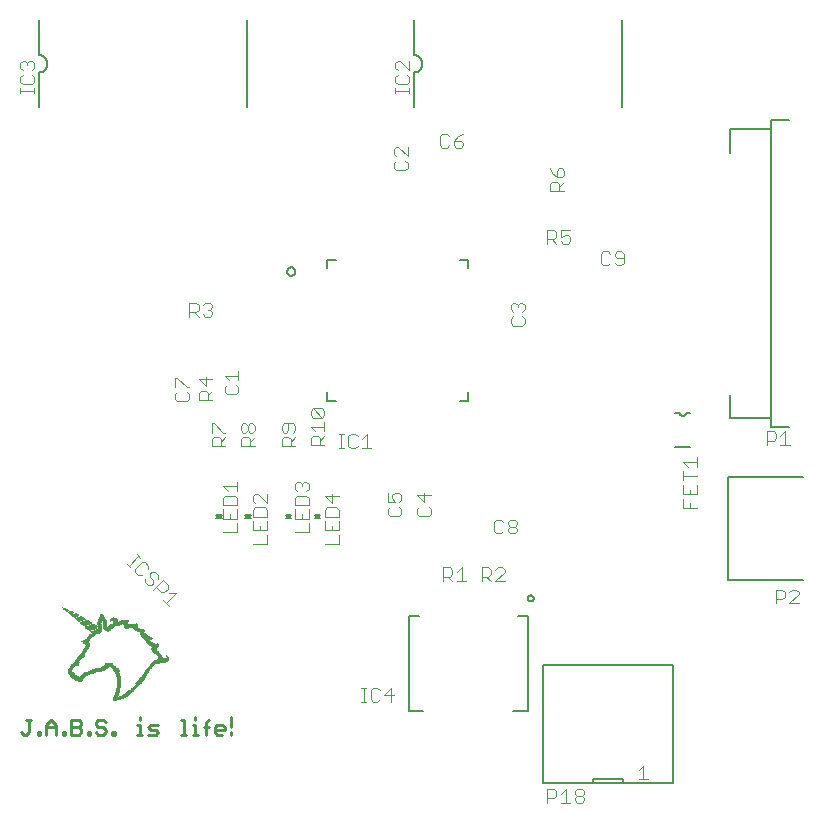
<source format=gbr>
G04 EAGLE Gerber RS-274X export*
G75*
%MOMM*%
%FSLAX34Y34*%
%LPD*%
%INSilkscreen Top*%
%IPPOS*%
%AMOC8*
5,1,8,0,0,1.08239X$1,22.5*%
G01*
%ADD10C,0.101600*%
%ADD11C,0.127000*%
%ADD12C,0.152400*%
%ADD13R,0.158494X0.026413*%
%ADD14R,0.422656X0.026413*%
%ADD15R,0.581150X0.026413*%
%ADD16R,0.660400X0.026419*%
%ADD17R,0.713231X0.026413*%
%ADD18R,0.766063X0.026413*%
%ADD19R,0.845313X0.026413*%
%ADD20R,0.871725X0.026413*%
%ADD21R,0.924556X0.026413*%
%ADD22R,0.977394X0.026413*%
%ADD23R,1.003806X0.026413*%
%ADD24R,1.056638X0.026419*%
%ADD25R,0.316994X0.026413*%
%ADD26R,0.686813X0.026413*%
%ADD27R,0.633981X0.026413*%
%ADD28R,0.290575X0.026413*%
%ADD29R,0.607569X0.026413*%
%ADD30R,0.554737X0.026413*%
%ADD31R,0.528319X0.026413*%
%ADD32R,0.290575X0.026419*%
%ADD33R,0.501900X0.026419*%
%ADD34R,0.132075X0.026413*%
%ADD35R,0.475488X0.026413*%
%ADD36R,0.316988X0.026413*%
%ADD37R,0.554731X0.026413*%
%ADD38R,0.581150X0.026419*%
%ADD39R,0.264156X0.026413*%
%ADD40R,0.396238X0.026413*%
%ADD41R,0.396238X0.026419*%
%ADD42R,0.264163X0.026413*%
%ADD43R,0.264163X0.026419*%
%ADD44R,0.449069X0.026413*%
%ADD45R,0.026413X0.026419*%
%ADD46R,0.449069X0.026419*%
%ADD47R,0.343406X0.026413*%
%ADD48R,0.449075X0.026413*%
%ADD49R,0.079250X0.026413*%
%ADD50R,0.739644X0.026413*%
%ADD51R,0.079244X0.026413*%
%ADD52R,0.845313X0.026419*%
%ADD53R,0.422656X0.026419*%
%ADD54R,1.083056X0.026413*%
%ADD55R,0.660400X0.026413*%
%ADD56R,0.369819X0.026413*%
%ADD57R,0.369825X0.026413*%
%ADD58R,0.633981X0.026419*%
%ADD59R,0.343406X0.026419*%
%ADD60R,0.501900X0.026413*%
%ADD61R,0.475488X0.026419*%
%ADD62R,0.686813X0.026419*%
%ADD63R,0.369819X0.026419*%
%ADD64R,0.818894X0.026413*%
%ADD65R,0.898144X0.026413*%
%ADD66R,1.056638X0.026413*%
%ADD67R,1.083056X0.026419*%
%ADD68R,0.369825X0.026419*%
%ADD69R,1.135888X0.026413*%
%ADD70R,1.109469X0.026413*%
%ADD71R,0.977388X0.026413*%
%ADD72R,0.739650X0.026413*%
%ADD73R,0.422650X0.026413*%
%ADD74R,0.528319X0.026419*%
%ADD75R,0.871725X0.026419*%
%ADD76R,0.501906X0.026413*%
%ADD77R,0.184906X0.026419*%
%ADD78R,1.162300X0.026413*%
%ADD79R,1.241550X0.026413*%
%ADD80R,1.267969X0.026413*%
%ADD81R,1.215131X0.026413*%
%ADD82R,1.030219X0.026419*%
%ADD83R,0.950975X0.026413*%
%ADD84R,0.211325X0.026413*%
%ADD85R,0.184906X0.026413*%
%ADD86R,0.158494X0.026419*%
%ADD87R,0.026413X0.026413*%
%ADD88R,0.052831X0.026413*%
%ADD89R,0.316994X0.026419*%
%ADD90R,0.792481X0.026413*%
%ADD91R,0.792481X0.026419*%
%ADD92R,0.845306X0.026413*%
%ADD93R,0.554737X0.026419*%
%ADD94R,0.898144X0.026419*%
%ADD95R,0.924563X0.026413*%
%ADD96R,0.184913X0.026413*%
%ADD97R,0.237744X0.026413*%
%ADD98R,0.607569X0.026419*%
%ADD99R,0.739644X0.026419*%
%ADD100R,0.686819X0.026413*%
%ADD101R,1.030225X0.026413*%
%ADD102R,1.030225X0.026419*%
%ADD103R,0.264156X0.026419*%
%ADD104R,1.109469X0.026419*%
%ADD105R,0.105663X0.026413*%
%ADD106R,0.792475X0.026413*%
%ADD107R,1.267963X0.026413*%
%ADD108R,1.215137X0.026413*%
%ADD109R,0.316988X0.026419*%
%ADD110R,0.052831X0.026419*%
%ADD111R,0.792475X0.026419*%
%ADD112R,0.132081X0.026413*%
%ADD113R,0.132081X0.026419*%
%ADD114R,0.184913X0.026419*%
%ADD115R,0.079244X0.026419*%
%ADD116R,0.237744X0.026419*%
%ADD117C,0.254000*%


D10*
X315347Y357754D02*
X313398Y355805D01*
X313398Y351907D01*
X315347Y349958D01*
X323143Y349958D01*
X325092Y351907D01*
X325092Y355805D01*
X323143Y357754D01*
X317296Y361652D02*
X313398Y365550D01*
X325092Y365550D01*
X325092Y361652D02*
X325092Y369448D01*
X456748Y545305D02*
X458697Y547254D01*
X456748Y545305D02*
X456748Y541407D01*
X458697Y539458D01*
X466493Y539458D01*
X468442Y541407D01*
X468442Y545305D01*
X466493Y547254D01*
X468442Y551152D02*
X468442Y558948D01*
X468442Y551152D02*
X460646Y558948D01*
X458697Y558948D01*
X456748Y556999D01*
X456748Y553101D01*
X458697Y551152D01*
X557597Y415654D02*
X555648Y413705D01*
X555648Y409807D01*
X557597Y407858D01*
X565393Y407858D01*
X567342Y409807D01*
X567342Y413705D01*
X565393Y415654D01*
X557597Y419552D02*
X555648Y421501D01*
X555648Y425399D01*
X557597Y427348D01*
X559546Y427348D01*
X561495Y425399D01*
X561495Y423450D01*
X561495Y425399D02*
X563444Y427348D01*
X565393Y427348D01*
X567342Y425399D01*
X567342Y421501D01*
X565393Y419552D01*
X478397Y254454D02*
X476448Y252505D01*
X476448Y248607D01*
X478397Y246658D01*
X486193Y246658D01*
X488142Y248607D01*
X488142Y252505D01*
X486193Y254454D01*
X488142Y264199D02*
X476448Y264199D01*
X482295Y258352D01*
X482295Y266148D01*
X453397Y254454D02*
X451448Y252505D01*
X451448Y248607D01*
X453397Y246658D01*
X461193Y246658D01*
X463142Y248607D01*
X463142Y252505D01*
X461193Y254454D01*
X451448Y258352D02*
X451448Y266148D01*
X451448Y258352D02*
X457295Y258352D01*
X455346Y262250D01*
X455346Y264199D01*
X457295Y266148D01*
X461193Y266148D01*
X463142Y264199D01*
X463142Y260301D01*
X461193Y258352D01*
X503604Y568253D02*
X501655Y570202D01*
X497757Y570202D01*
X495808Y568253D01*
X495808Y560457D01*
X497757Y558508D01*
X501655Y558508D01*
X503604Y560457D01*
X511400Y568253D02*
X515298Y570202D01*
X511400Y568253D02*
X507502Y564355D01*
X507502Y560457D01*
X509451Y558508D01*
X513349Y558508D01*
X515298Y560457D01*
X515298Y562406D01*
X513349Y564355D01*
X507502Y564355D01*
X273397Y351804D02*
X271448Y349855D01*
X271448Y345957D01*
X273397Y344008D01*
X281193Y344008D01*
X283142Y345957D01*
X283142Y349855D01*
X281193Y351804D01*
X271448Y355702D02*
X271448Y363498D01*
X273397Y363498D01*
X281193Y355702D01*
X283142Y355702D01*
X547505Y243552D02*
X549454Y241603D01*
X547505Y243552D02*
X543607Y243552D01*
X541658Y241603D01*
X541658Y233807D01*
X543607Y231858D01*
X547505Y231858D01*
X549454Y233807D01*
X553352Y241603D02*
X555301Y243552D01*
X559199Y243552D01*
X561148Y241603D01*
X561148Y239654D01*
X559199Y237705D01*
X561148Y235756D01*
X561148Y233807D01*
X559199Y231858D01*
X555301Y231858D01*
X553352Y233807D01*
X553352Y235756D01*
X555301Y237705D01*
X553352Y239654D01*
X553352Y241603D01*
X555301Y237705D02*
X559199Y237705D01*
X639654Y468803D02*
X637705Y470752D01*
X633807Y470752D01*
X631858Y468803D01*
X631858Y461007D01*
X633807Y459058D01*
X637705Y459058D01*
X639654Y461007D01*
X643552Y461007D02*
X645501Y459058D01*
X649399Y459058D01*
X651348Y461007D01*
X651348Y468803D01*
X649399Y470752D01*
X645501Y470752D01*
X643552Y468803D01*
X643552Y466854D01*
X645501Y464905D01*
X651348Y464905D01*
D11*
X694800Y305100D02*
X707800Y305100D01*
X707800Y334100D02*
X703800Y334100D01*
X698800Y334100D02*
X694800Y334100D01*
X698800Y334100D02*
X698802Y334002D01*
X698808Y333904D01*
X698817Y333806D01*
X698831Y333709D01*
X698848Y333612D01*
X698869Y333516D01*
X698894Y333421D01*
X698922Y333327D01*
X698955Y333235D01*
X698990Y333143D01*
X699030Y333053D01*
X699072Y332965D01*
X699119Y332878D01*
X699168Y332794D01*
X699221Y332711D01*
X699277Y332631D01*
X699337Y332552D01*
X699399Y332476D01*
X699464Y332403D01*
X699532Y332332D01*
X699603Y332264D01*
X699676Y332199D01*
X699752Y332137D01*
X699831Y332077D01*
X699911Y332021D01*
X699994Y331968D01*
X700078Y331919D01*
X700165Y331872D01*
X700253Y331830D01*
X700343Y331790D01*
X700435Y331755D01*
X700527Y331722D01*
X700621Y331694D01*
X700716Y331669D01*
X700812Y331648D01*
X700909Y331631D01*
X701006Y331617D01*
X701104Y331608D01*
X701202Y331602D01*
X701300Y331600D01*
X701398Y331602D01*
X701496Y331608D01*
X701594Y331617D01*
X701691Y331631D01*
X701788Y331648D01*
X701884Y331669D01*
X701979Y331694D01*
X702073Y331722D01*
X702165Y331755D01*
X702257Y331790D01*
X702347Y331830D01*
X702435Y331872D01*
X702522Y331919D01*
X702606Y331968D01*
X702689Y332021D01*
X702769Y332077D01*
X702848Y332137D01*
X702924Y332199D01*
X702997Y332264D01*
X703068Y332332D01*
X703136Y332403D01*
X703201Y332476D01*
X703263Y332552D01*
X703323Y332631D01*
X703379Y332711D01*
X703432Y332794D01*
X703481Y332878D01*
X703528Y332965D01*
X703570Y333053D01*
X703610Y333143D01*
X703645Y333235D01*
X703678Y333327D01*
X703706Y333421D01*
X703731Y333516D01*
X703752Y333612D01*
X703769Y333709D01*
X703783Y333806D01*
X703792Y333904D01*
X703798Y334002D01*
X703800Y334100D01*
D10*
X701798Y253332D02*
X713492Y253332D01*
X701798Y253332D02*
X701798Y261128D01*
X707645Y257230D02*
X707645Y253332D01*
X701798Y265026D02*
X701798Y272822D01*
X701798Y265026D02*
X713492Y265026D01*
X713492Y272822D01*
X707645Y268924D02*
X707645Y265026D01*
X713492Y280618D02*
X701798Y280618D01*
X701798Y276720D02*
X701798Y284516D01*
X705696Y288414D02*
X701798Y292312D01*
X713492Y292312D01*
X713492Y288414D02*
X713492Y296210D01*
D11*
X407400Y463700D02*
X399900Y463700D01*
X512400Y463700D02*
X519900Y463700D01*
X519900Y456200D01*
X519900Y351200D02*
X519900Y343700D01*
X512400Y343700D01*
X407400Y343700D02*
X399900Y343700D01*
X399900Y351200D01*
X399900Y456200D02*
X399900Y463700D01*
X366364Y453700D02*
X366366Y453819D01*
X366372Y453937D01*
X366382Y454056D01*
X366396Y454174D01*
X366414Y454291D01*
X366436Y454408D01*
X366461Y454524D01*
X366491Y454639D01*
X366524Y454753D01*
X366562Y454866D01*
X366603Y454977D01*
X366648Y455087D01*
X366696Y455196D01*
X366748Y455303D01*
X366804Y455408D01*
X366863Y455511D01*
X366925Y455612D01*
X366991Y455711D01*
X367060Y455807D01*
X367133Y455901D01*
X367208Y455993D01*
X367287Y456082D01*
X367368Y456169D01*
X367453Y456252D01*
X367540Y456333D01*
X367630Y456411D01*
X367722Y456486D01*
X367817Y456557D01*
X367914Y456626D01*
X368013Y456691D01*
X368115Y456752D01*
X368218Y456811D01*
X368324Y456865D01*
X368431Y456916D01*
X368540Y456964D01*
X368650Y457008D01*
X368762Y457048D01*
X368875Y457084D01*
X368990Y457117D01*
X369105Y457145D01*
X369221Y457170D01*
X369338Y457191D01*
X369456Y457208D01*
X369574Y457221D01*
X369692Y457230D01*
X369811Y457235D01*
X369930Y457236D01*
X370048Y457233D01*
X370167Y457226D01*
X370285Y457215D01*
X370403Y457200D01*
X370521Y457181D01*
X370637Y457158D01*
X370753Y457132D01*
X370868Y457101D01*
X370981Y457067D01*
X371094Y457028D01*
X371205Y456986D01*
X371315Y456941D01*
X371423Y456891D01*
X371529Y456838D01*
X371634Y456782D01*
X371736Y456722D01*
X371837Y456659D01*
X371935Y456592D01*
X372031Y456522D01*
X372125Y456449D01*
X372216Y456372D01*
X372304Y456293D01*
X372390Y456211D01*
X372473Y456126D01*
X372553Y456038D01*
X372630Y455948D01*
X372704Y455855D01*
X372775Y455759D01*
X372842Y455661D01*
X372906Y455561D01*
X372967Y455459D01*
X373025Y455355D01*
X373078Y455249D01*
X373129Y455142D01*
X373175Y455033D01*
X373218Y454922D01*
X373257Y454810D01*
X373293Y454696D01*
X373324Y454582D01*
X373352Y454466D01*
X373376Y454350D01*
X373396Y454233D01*
X373412Y454115D01*
X373424Y453997D01*
X373432Y453878D01*
X373436Y453759D01*
X373436Y453641D01*
X373432Y453522D01*
X373424Y453403D01*
X373412Y453285D01*
X373396Y453167D01*
X373376Y453050D01*
X373352Y452934D01*
X373324Y452818D01*
X373293Y452704D01*
X373257Y452590D01*
X373218Y452478D01*
X373175Y452367D01*
X373129Y452258D01*
X373078Y452151D01*
X373025Y452045D01*
X372967Y451941D01*
X372906Y451839D01*
X372842Y451739D01*
X372775Y451641D01*
X372704Y451545D01*
X372630Y451452D01*
X372553Y451362D01*
X372473Y451274D01*
X372390Y451189D01*
X372304Y451107D01*
X372216Y451028D01*
X372125Y450951D01*
X372031Y450878D01*
X371935Y450808D01*
X371837Y450741D01*
X371736Y450678D01*
X371634Y450618D01*
X371529Y450562D01*
X371423Y450509D01*
X371315Y450459D01*
X371205Y450414D01*
X371094Y450372D01*
X370981Y450333D01*
X370868Y450299D01*
X370753Y450268D01*
X370637Y450242D01*
X370521Y450219D01*
X370403Y450200D01*
X370285Y450185D01*
X370167Y450174D01*
X370048Y450167D01*
X369930Y450164D01*
X369811Y450165D01*
X369692Y450170D01*
X369574Y450179D01*
X369456Y450192D01*
X369338Y450209D01*
X369221Y450230D01*
X369105Y450255D01*
X368990Y450283D01*
X368875Y450316D01*
X368762Y450352D01*
X368650Y450392D01*
X368540Y450436D01*
X368431Y450484D01*
X368324Y450535D01*
X368218Y450589D01*
X368115Y450648D01*
X368013Y450709D01*
X367914Y450774D01*
X367817Y450843D01*
X367722Y450914D01*
X367630Y450989D01*
X367540Y451067D01*
X367453Y451148D01*
X367368Y451231D01*
X367287Y451318D01*
X367208Y451407D01*
X367133Y451499D01*
X367060Y451593D01*
X366991Y451689D01*
X366925Y451788D01*
X366863Y451889D01*
X366804Y451992D01*
X366748Y452097D01*
X366696Y452204D01*
X366648Y452313D01*
X366603Y452423D01*
X366562Y452534D01*
X366524Y452647D01*
X366491Y452761D01*
X366461Y452876D01*
X366436Y452992D01*
X366414Y453109D01*
X366396Y453226D01*
X366382Y453344D01*
X366372Y453463D01*
X366366Y453581D01*
X366364Y453700D01*
D10*
X410408Y304208D02*
X414306Y304208D01*
X412357Y304208D02*
X412357Y315902D01*
X410408Y315902D02*
X414306Y315902D01*
X424051Y315902D02*
X426000Y313953D01*
X424051Y315902D02*
X420153Y315902D01*
X418204Y313953D01*
X418204Y306157D01*
X420153Y304208D01*
X424051Y304208D01*
X426000Y306157D01*
X429898Y312004D02*
X433796Y315902D01*
X433796Y304208D01*
X429898Y304208D02*
X437694Y304208D01*
D11*
X473360Y593024D02*
X473360Y622100D01*
X473360Y637100D02*
X473360Y666176D01*
X649640Y666176D02*
X649640Y593024D01*
X473360Y622100D02*
X473543Y622102D01*
X473725Y622109D01*
X473907Y622120D01*
X474089Y622136D01*
X474271Y622156D01*
X474452Y622180D01*
X474632Y622209D01*
X474812Y622242D01*
X474991Y622279D01*
X475169Y622321D01*
X475345Y622368D01*
X475521Y622418D01*
X475695Y622473D01*
X475868Y622532D01*
X476039Y622595D01*
X476209Y622662D01*
X476377Y622734D01*
X476543Y622809D01*
X476708Y622889D01*
X476870Y622972D01*
X477031Y623060D01*
X477189Y623151D01*
X477345Y623246D01*
X477498Y623345D01*
X477649Y623448D01*
X477798Y623554D01*
X477944Y623664D01*
X478087Y623777D01*
X478227Y623894D01*
X478365Y624014D01*
X478499Y624138D01*
X478631Y624265D01*
X478759Y624394D01*
X478884Y624527D01*
X479006Y624663D01*
X479125Y624802D01*
X479240Y624944D01*
X479352Y625089D01*
X479460Y625236D01*
X479564Y625386D01*
X479665Y625538D01*
X479762Y625693D01*
X479855Y625850D01*
X479945Y626009D01*
X480030Y626171D01*
X480112Y626334D01*
X480189Y626499D01*
X480263Y626667D01*
X480332Y626836D01*
X480397Y627006D01*
X480458Y627178D01*
X480515Y627352D01*
X480568Y627527D01*
X480616Y627703D01*
X480660Y627880D01*
X480700Y628059D01*
X480735Y628238D01*
X480766Y628418D01*
X480793Y628598D01*
X480815Y628780D01*
X480833Y628961D01*
X480846Y629144D01*
X480855Y629326D01*
X480859Y629509D01*
X480859Y629691D01*
X480855Y629874D01*
X480846Y630056D01*
X480833Y630239D01*
X480815Y630420D01*
X480793Y630602D01*
X480766Y630782D01*
X480735Y630962D01*
X480700Y631141D01*
X480660Y631320D01*
X480616Y631497D01*
X480568Y631673D01*
X480515Y631848D01*
X480458Y632022D01*
X480397Y632194D01*
X480332Y632364D01*
X480263Y632533D01*
X480189Y632701D01*
X480112Y632866D01*
X480030Y633029D01*
X479945Y633191D01*
X479855Y633350D01*
X479762Y633507D01*
X479665Y633662D01*
X479564Y633814D01*
X479460Y633964D01*
X479352Y634111D01*
X479240Y634256D01*
X479125Y634398D01*
X479006Y634537D01*
X478884Y634673D01*
X478759Y634806D01*
X478631Y634935D01*
X478499Y635062D01*
X478365Y635186D01*
X478227Y635306D01*
X478087Y635423D01*
X477944Y635536D01*
X477798Y635646D01*
X477649Y635752D01*
X477498Y635855D01*
X477345Y635954D01*
X477189Y636049D01*
X477031Y636140D01*
X476870Y636228D01*
X476708Y636311D01*
X476543Y636391D01*
X476377Y636466D01*
X476209Y636538D01*
X476039Y636605D01*
X475868Y636668D01*
X475695Y636727D01*
X475521Y636782D01*
X475345Y636832D01*
X475169Y636879D01*
X474991Y636921D01*
X474812Y636958D01*
X474632Y636991D01*
X474452Y637020D01*
X474271Y637044D01*
X474089Y637064D01*
X473907Y637080D01*
X473725Y637091D01*
X473543Y637098D01*
X473360Y637100D01*
D10*
X469552Y608606D02*
X469552Y604708D01*
X469552Y606657D02*
X457858Y606657D01*
X457858Y604708D02*
X457858Y608606D01*
X457858Y618351D02*
X459807Y620300D01*
X457858Y618351D02*
X457858Y614453D01*
X459807Y612504D01*
X467603Y612504D01*
X469552Y614453D01*
X469552Y618351D01*
X467603Y620300D01*
X469552Y624198D02*
X469552Y631994D01*
X469552Y624198D02*
X461756Y631994D01*
X459807Y631994D01*
X457858Y630045D01*
X457858Y626147D01*
X459807Y624198D01*
D11*
X155860Y622100D02*
X155860Y593024D01*
X155860Y637100D02*
X155860Y666176D01*
X332140Y666176D02*
X332140Y593024D01*
X155860Y622100D02*
X156043Y622102D01*
X156225Y622109D01*
X156407Y622120D01*
X156589Y622136D01*
X156771Y622156D01*
X156952Y622180D01*
X157132Y622209D01*
X157312Y622242D01*
X157491Y622279D01*
X157669Y622321D01*
X157845Y622368D01*
X158021Y622418D01*
X158195Y622473D01*
X158368Y622532D01*
X158539Y622595D01*
X158709Y622662D01*
X158877Y622734D01*
X159043Y622809D01*
X159208Y622889D01*
X159370Y622972D01*
X159531Y623060D01*
X159689Y623151D01*
X159845Y623246D01*
X159998Y623345D01*
X160149Y623448D01*
X160298Y623554D01*
X160444Y623664D01*
X160587Y623777D01*
X160727Y623894D01*
X160865Y624014D01*
X160999Y624138D01*
X161131Y624265D01*
X161259Y624394D01*
X161384Y624527D01*
X161506Y624663D01*
X161625Y624802D01*
X161740Y624944D01*
X161852Y625089D01*
X161960Y625236D01*
X162064Y625386D01*
X162165Y625538D01*
X162262Y625693D01*
X162355Y625850D01*
X162445Y626009D01*
X162530Y626171D01*
X162612Y626334D01*
X162689Y626499D01*
X162763Y626667D01*
X162832Y626836D01*
X162897Y627006D01*
X162958Y627178D01*
X163015Y627352D01*
X163068Y627527D01*
X163116Y627703D01*
X163160Y627880D01*
X163200Y628059D01*
X163235Y628238D01*
X163266Y628418D01*
X163293Y628598D01*
X163315Y628780D01*
X163333Y628961D01*
X163346Y629144D01*
X163355Y629326D01*
X163359Y629509D01*
X163359Y629691D01*
X163355Y629874D01*
X163346Y630056D01*
X163333Y630239D01*
X163315Y630420D01*
X163293Y630602D01*
X163266Y630782D01*
X163235Y630962D01*
X163200Y631141D01*
X163160Y631320D01*
X163116Y631497D01*
X163068Y631673D01*
X163015Y631848D01*
X162958Y632022D01*
X162897Y632194D01*
X162832Y632364D01*
X162763Y632533D01*
X162689Y632701D01*
X162612Y632866D01*
X162530Y633029D01*
X162445Y633191D01*
X162355Y633350D01*
X162262Y633507D01*
X162165Y633662D01*
X162064Y633814D01*
X161960Y633964D01*
X161852Y634111D01*
X161740Y634256D01*
X161625Y634398D01*
X161506Y634537D01*
X161384Y634673D01*
X161259Y634806D01*
X161131Y634935D01*
X160999Y635062D01*
X160865Y635186D01*
X160727Y635306D01*
X160587Y635423D01*
X160444Y635536D01*
X160298Y635646D01*
X160149Y635752D01*
X159998Y635855D01*
X159845Y635954D01*
X159689Y636049D01*
X159531Y636140D01*
X159370Y636228D01*
X159208Y636311D01*
X159043Y636391D01*
X158877Y636466D01*
X158709Y636538D01*
X158539Y636605D01*
X158368Y636668D01*
X158195Y636727D01*
X158021Y636782D01*
X157845Y636832D01*
X157669Y636879D01*
X157491Y636921D01*
X157312Y636958D01*
X157132Y636991D01*
X156952Y637020D01*
X156771Y637044D01*
X156589Y637064D01*
X156407Y637080D01*
X156225Y637091D01*
X156043Y637098D01*
X155860Y637100D01*
D10*
X152052Y608606D02*
X152052Y604708D01*
X152052Y606657D02*
X140358Y606657D01*
X140358Y604708D02*
X140358Y608606D01*
X140358Y618351D02*
X142307Y620300D01*
X140358Y618351D02*
X140358Y614453D01*
X142307Y612504D01*
X150103Y612504D01*
X152052Y614453D01*
X152052Y618351D01*
X150103Y620300D01*
X142307Y624198D02*
X140358Y626147D01*
X140358Y630045D01*
X142307Y631994D01*
X144256Y631994D01*
X146205Y630045D01*
X146205Y628096D01*
X146205Y630045D02*
X148154Y631994D01*
X150103Y631994D01*
X152052Y630045D01*
X152052Y626147D01*
X150103Y624198D01*
D11*
X561810Y161600D02*
X569900Y161600D01*
X477990Y161600D02*
X469900Y161600D01*
X469900Y81600D01*
X481800Y81600D01*
X558000Y81600D02*
X569900Y81600D01*
X569900Y161600D01*
X570100Y177000D02*
X570102Y177099D01*
X570108Y177199D01*
X570118Y177298D01*
X570132Y177396D01*
X570149Y177494D01*
X570171Y177591D01*
X570196Y177687D01*
X570225Y177782D01*
X570258Y177876D01*
X570295Y177968D01*
X570335Y178059D01*
X570379Y178148D01*
X570427Y178236D01*
X570478Y178321D01*
X570532Y178404D01*
X570589Y178486D01*
X570650Y178564D01*
X570714Y178641D01*
X570780Y178714D01*
X570850Y178785D01*
X570922Y178853D01*
X570997Y178919D01*
X571075Y178981D01*
X571155Y179040D01*
X571237Y179096D01*
X571321Y179148D01*
X571408Y179197D01*
X571496Y179243D01*
X571586Y179285D01*
X571678Y179324D01*
X571771Y179359D01*
X571865Y179390D01*
X571961Y179417D01*
X572058Y179440D01*
X572155Y179460D01*
X572253Y179476D01*
X572352Y179488D01*
X572451Y179496D01*
X572550Y179500D01*
X572650Y179500D01*
X572749Y179496D01*
X572848Y179488D01*
X572947Y179476D01*
X573045Y179460D01*
X573142Y179440D01*
X573239Y179417D01*
X573335Y179390D01*
X573429Y179359D01*
X573522Y179324D01*
X573614Y179285D01*
X573704Y179243D01*
X573792Y179197D01*
X573879Y179148D01*
X573963Y179096D01*
X574045Y179040D01*
X574125Y178981D01*
X574203Y178919D01*
X574278Y178853D01*
X574350Y178785D01*
X574420Y178714D01*
X574486Y178641D01*
X574550Y178564D01*
X574611Y178486D01*
X574668Y178404D01*
X574722Y178321D01*
X574773Y178236D01*
X574821Y178148D01*
X574865Y178059D01*
X574905Y177968D01*
X574942Y177876D01*
X574975Y177782D01*
X575004Y177687D01*
X575029Y177591D01*
X575051Y177494D01*
X575068Y177396D01*
X575082Y177298D01*
X575092Y177199D01*
X575098Y177099D01*
X575100Y177000D01*
X575098Y176901D01*
X575092Y176801D01*
X575082Y176702D01*
X575068Y176604D01*
X575051Y176506D01*
X575029Y176409D01*
X575004Y176313D01*
X574975Y176218D01*
X574942Y176124D01*
X574905Y176032D01*
X574865Y175941D01*
X574821Y175852D01*
X574773Y175764D01*
X574722Y175679D01*
X574668Y175596D01*
X574611Y175514D01*
X574550Y175436D01*
X574486Y175359D01*
X574420Y175286D01*
X574350Y175215D01*
X574278Y175147D01*
X574203Y175081D01*
X574125Y175019D01*
X574045Y174960D01*
X573963Y174904D01*
X573879Y174852D01*
X573792Y174803D01*
X573704Y174757D01*
X573614Y174715D01*
X573522Y174676D01*
X573429Y174641D01*
X573335Y174610D01*
X573239Y174583D01*
X573142Y174560D01*
X573045Y174540D01*
X572947Y174524D01*
X572848Y174512D01*
X572749Y174504D01*
X572650Y174500D01*
X572550Y174500D01*
X572451Y174504D01*
X572352Y174512D01*
X572253Y174524D01*
X572155Y174540D01*
X572058Y174560D01*
X571961Y174583D01*
X571865Y174610D01*
X571771Y174641D01*
X571678Y174676D01*
X571586Y174715D01*
X571496Y174757D01*
X571408Y174803D01*
X571321Y174852D01*
X571237Y174904D01*
X571155Y174960D01*
X571075Y175019D01*
X570997Y175081D01*
X570922Y175147D01*
X570850Y175215D01*
X570780Y175286D01*
X570714Y175359D01*
X570650Y175436D01*
X570589Y175514D01*
X570532Y175596D01*
X570478Y175679D01*
X570427Y175764D01*
X570379Y175852D01*
X570335Y175941D01*
X570295Y176032D01*
X570258Y176124D01*
X570225Y176218D01*
X570196Y176313D01*
X570171Y176409D01*
X570149Y176506D01*
X570132Y176604D01*
X570118Y176702D01*
X570108Y176801D01*
X570102Y176901D01*
X570100Y177000D01*
D10*
X433122Y89408D02*
X429224Y89408D01*
X431173Y89408D02*
X431173Y101102D01*
X429224Y101102D02*
X433122Y101102D01*
X442867Y101102D02*
X444816Y99153D01*
X442867Y101102D02*
X438969Y101102D01*
X437020Y99153D01*
X437020Y91357D01*
X438969Y89408D01*
X442867Y89408D01*
X444816Y91357D01*
X454561Y89408D02*
X454561Y101102D01*
X448714Y95255D01*
X456510Y95255D01*
X233475Y203165D02*
X230718Y205921D01*
X232097Y204543D02*
X240365Y212812D01*
X238987Y214190D02*
X241744Y211434D01*
X248634Y204543D02*
X248634Y201787D01*
X248634Y204543D02*
X245878Y207299D01*
X243122Y207299D01*
X237609Y201787D01*
X237609Y199030D01*
X240365Y196274D01*
X243122Y196274D01*
X256903Y196274D02*
X256903Y193518D01*
X256903Y196274D02*
X254147Y199030D01*
X251391Y199030D01*
X250012Y197652D01*
X250012Y194896D01*
X252769Y192139D01*
X252769Y189383D01*
X251391Y188005D01*
X248634Y188005D01*
X245878Y190761D01*
X245878Y193518D01*
X252769Y183871D02*
X261038Y192139D01*
X265172Y188005D01*
X265172Y185249D01*
X262416Y182492D01*
X259659Y182492D01*
X255525Y186627D01*
X266550Y181114D02*
X272063Y181114D01*
X263794Y172845D01*
X266550Y170089D02*
X261038Y175602D01*
D11*
X308300Y244650D02*
X310800Y247150D01*
X308300Y244650D02*
X305800Y247150D01*
X310800Y247150D01*
X310800Y244650D02*
X305800Y244650D01*
D10*
X312198Y232708D02*
X323892Y232708D01*
X323892Y240504D01*
X312198Y244402D02*
X312198Y252198D01*
X312198Y244402D02*
X323892Y244402D01*
X323892Y252198D01*
X318045Y248300D02*
X318045Y244402D01*
X312198Y256096D02*
X323892Y256096D01*
X323892Y261943D01*
X321943Y263892D01*
X314147Y263892D01*
X312198Y261943D01*
X312198Y256096D01*
X316096Y267790D02*
X312198Y271688D01*
X323892Y271688D01*
X323892Y267790D02*
X323892Y275586D01*
D11*
X335400Y247150D02*
X332900Y244650D01*
X330400Y247150D01*
X335400Y247150D01*
X335400Y244650D02*
X330400Y244650D01*
D10*
X337598Y222708D02*
X349292Y222708D01*
X349292Y230504D01*
X337598Y234402D02*
X337598Y242198D01*
X337598Y234402D02*
X349292Y234402D01*
X349292Y242198D01*
X343445Y238300D02*
X343445Y234402D01*
X337598Y246096D02*
X349292Y246096D01*
X349292Y251943D01*
X347343Y253892D01*
X339547Y253892D01*
X337598Y251943D01*
X337598Y246096D01*
X349292Y257790D02*
X349292Y265586D01*
X349292Y257790D02*
X341496Y265586D01*
X339547Y265586D01*
X337598Y263637D01*
X337598Y259739D01*
X339547Y257790D01*
D11*
X367500Y244650D02*
X370000Y247150D01*
X367500Y244650D02*
X365000Y247150D01*
X370000Y247150D01*
X370000Y244650D02*
X365000Y244650D01*
D10*
X372998Y232708D02*
X384692Y232708D01*
X384692Y240504D01*
X372998Y244402D02*
X372998Y252198D01*
X372998Y244402D02*
X384692Y244402D01*
X384692Y252198D01*
X378845Y248300D02*
X378845Y244402D01*
X372998Y256096D02*
X384692Y256096D01*
X384692Y261943D01*
X382743Y263892D01*
X374947Y263892D01*
X372998Y261943D01*
X372998Y256096D01*
X374947Y267790D02*
X372998Y269739D01*
X372998Y273637D01*
X374947Y275586D01*
X376896Y275586D01*
X378845Y273637D01*
X378845Y271688D01*
X378845Y273637D02*
X380794Y275586D01*
X382743Y275586D01*
X384692Y273637D01*
X384692Y269739D01*
X382743Y267790D01*
D11*
X394600Y247150D02*
X392100Y244650D01*
X389600Y247150D01*
X394600Y247150D01*
X394600Y244650D02*
X389600Y244650D01*
D10*
X398398Y222708D02*
X410092Y222708D01*
X410092Y230504D01*
X398398Y234402D02*
X398398Y242198D01*
X398398Y234402D02*
X410092Y234402D01*
X410092Y242198D01*
X404245Y238300D02*
X404245Y234402D01*
X398398Y246096D02*
X410092Y246096D01*
X410092Y251943D01*
X408143Y253892D01*
X400347Y253892D01*
X398398Y251943D01*
X398398Y246096D01*
X398398Y263637D02*
X410092Y263637D01*
X404245Y257790D02*
X398398Y263637D01*
X404245Y265586D02*
X404245Y257790D01*
D11*
X741400Y554300D02*
X741400Y574300D01*
X776400Y574300D01*
X776400Y329300D02*
X741400Y329300D01*
X741400Y349300D01*
X776400Y581800D02*
X791400Y581800D01*
X776400Y581800D02*
X776400Y574300D01*
X776400Y329300D02*
X776400Y321800D01*
X791400Y321800D01*
X776400Y329300D02*
X776400Y574300D01*
D10*
X772308Y318302D02*
X772308Y306608D01*
X772308Y318302D02*
X778155Y318302D01*
X780104Y316353D01*
X780104Y312455D01*
X778155Y310506D01*
X772308Y310506D01*
X784002Y314404D02*
X787900Y318302D01*
X787900Y306608D01*
X784002Y306608D02*
X791798Y306608D01*
D12*
X692700Y120800D02*
X692700Y20800D01*
X650400Y20800D01*
X625000Y20800D01*
X582700Y20800D01*
X582700Y120800D01*
X692700Y120800D01*
D10*
X667912Y35302D02*
X664014Y31404D01*
X667912Y35302D02*
X667912Y23608D01*
X664014Y23608D02*
X671810Y23608D01*
D11*
X625000Y23800D02*
X625000Y20800D01*
X625000Y23800D02*
X650400Y23800D01*
X650400Y20800D01*
D10*
X586458Y15502D02*
X586458Y3808D01*
X586458Y15502D02*
X592305Y15502D01*
X594254Y13553D01*
X594254Y9655D01*
X592305Y7706D01*
X586458Y7706D01*
X598152Y11604D02*
X602050Y15502D01*
X602050Y3808D01*
X598152Y3808D02*
X605948Y3808D01*
X609846Y13553D02*
X611795Y15502D01*
X615693Y15502D01*
X617642Y13553D01*
X617642Y11604D01*
X615693Y9655D01*
X617642Y7706D01*
X617642Y5757D01*
X615693Y3808D01*
X611795Y3808D01*
X609846Y5757D01*
X609846Y7706D01*
X611795Y9655D01*
X609846Y11604D01*
X609846Y13553D01*
X611795Y9655D02*
X615693Y9655D01*
D11*
X739300Y279334D02*
X802800Y279334D01*
X739300Y279334D02*
X739300Y192466D01*
X802800Y192466D01*
D10*
X779920Y184302D02*
X779920Y172608D01*
X779920Y184302D02*
X785767Y184302D01*
X787716Y182353D01*
X787716Y178455D01*
X785767Y176506D01*
X779920Y176506D01*
X791614Y172608D02*
X799410Y172608D01*
X791614Y172608D02*
X799410Y180404D01*
X799410Y182353D01*
X797461Y184302D01*
X793563Y184302D01*
X791614Y182353D01*
X498470Y191458D02*
X498470Y203152D01*
X504317Y203152D01*
X506266Y201203D01*
X506266Y197305D01*
X504317Y195356D01*
X498470Y195356D01*
X502368Y195356D02*
X506266Y191458D01*
X510164Y199254D02*
X514062Y203152D01*
X514062Y191458D01*
X510164Y191458D02*
X517960Y191458D01*
X397942Y306576D02*
X386248Y306576D01*
X386248Y312423D01*
X388197Y314372D01*
X392095Y314372D01*
X394044Y312423D01*
X394044Y306576D01*
X394044Y310474D02*
X397942Y314372D01*
X390146Y318270D02*
X386248Y322168D01*
X397942Y322168D01*
X397942Y318270D02*
X397942Y326066D01*
X395993Y329964D02*
X388197Y329964D01*
X386248Y331913D01*
X386248Y335811D01*
X388197Y337760D01*
X395993Y337760D01*
X397942Y335811D01*
X397942Y331913D01*
X395993Y329964D01*
X388197Y337760D01*
X530970Y203152D02*
X530970Y191458D01*
X530970Y203152D02*
X536817Y203152D01*
X538766Y201203D01*
X538766Y197305D01*
X536817Y195356D01*
X530970Y195356D01*
X534868Y195356D02*
X538766Y191458D01*
X542664Y191458D02*
X550460Y191458D01*
X542664Y191458D02*
X550460Y199254D01*
X550460Y201203D01*
X548511Y203152D01*
X544613Y203152D01*
X542664Y201203D01*
X283558Y415458D02*
X283558Y427152D01*
X289405Y427152D01*
X291354Y425203D01*
X291354Y421305D01*
X289405Y419356D01*
X283558Y419356D01*
X287456Y419356D02*
X291354Y415458D01*
X295252Y425203D02*
X297201Y427152D01*
X301099Y427152D01*
X303048Y425203D01*
X303048Y423254D01*
X301099Y421305D01*
X299150Y421305D01*
X301099Y421305D02*
X303048Y419356D01*
X303048Y417407D01*
X301099Y415458D01*
X297201Y415458D01*
X295252Y417407D01*
X291448Y344858D02*
X303142Y344858D01*
X291448Y344858D02*
X291448Y350705D01*
X293397Y352654D01*
X297295Y352654D01*
X299244Y350705D01*
X299244Y344858D01*
X299244Y348756D02*
X303142Y352654D01*
X303142Y362399D02*
X291448Y362399D01*
X297295Y356552D01*
X297295Y364348D01*
X586458Y477158D02*
X586458Y488852D01*
X592305Y488852D01*
X594254Y486903D01*
X594254Y483005D01*
X592305Y481056D01*
X586458Y481056D01*
X590356Y481056D02*
X594254Y477158D01*
X598152Y488852D02*
X605948Y488852D01*
X598152Y488852D02*
X598152Y483005D01*
X602050Y484954D01*
X603999Y484954D01*
X605948Y483005D01*
X605948Y479107D01*
X603999Y477158D01*
X600101Y477158D01*
X598152Y479107D01*
X600642Y521558D02*
X588948Y521558D01*
X588948Y527405D01*
X590897Y529354D01*
X594795Y529354D01*
X596744Y527405D01*
X596744Y521558D01*
X596744Y525456D02*
X600642Y529354D01*
X590897Y537150D02*
X588948Y541048D01*
X590897Y537150D02*
X594795Y533252D01*
X598693Y533252D01*
X600642Y535201D01*
X600642Y539099D01*
X598693Y541048D01*
X596744Y541048D01*
X594795Y539099D01*
X594795Y533252D01*
X314142Y305570D02*
X302448Y305570D01*
X302448Y311417D01*
X304397Y313366D01*
X308295Y313366D01*
X310244Y311417D01*
X310244Y305570D01*
X310244Y309468D02*
X314142Y313366D01*
X302448Y317264D02*
X302448Y325060D01*
X304397Y325060D01*
X312193Y317264D01*
X314142Y317264D01*
X327048Y305570D02*
X338742Y305570D01*
X327048Y305570D02*
X327048Y311417D01*
X328997Y313366D01*
X332895Y313366D01*
X334844Y311417D01*
X334844Y305570D01*
X334844Y309468D02*
X338742Y313366D01*
X328997Y317264D02*
X327048Y319213D01*
X327048Y323111D01*
X328997Y325060D01*
X330946Y325060D01*
X332895Y323111D01*
X334844Y325060D01*
X336793Y325060D01*
X338742Y323111D01*
X338742Y319213D01*
X336793Y317264D01*
X334844Y317264D01*
X332895Y319213D01*
X330946Y317264D01*
X328997Y317264D01*
X332895Y319213D02*
X332895Y323111D01*
X361648Y305570D02*
X373342Y305570D01*
X361648Y305570D02*
X361648Y311417D01*
X363597Y313366D01*
X367495Y313366D01*
X369444Y311417D01*
X369444Y305570D01*
X369444Y309468D02*
X373342Y313366D01*
X371393Y317264D02*
X373342Y319213D01*
X373342Y323111D01*
X371393Y325060D01*
X363597Y325060D01*
X361648Y323111D01*
X361648Y319213D01*
X363597Y317264D01*
X365546Y317264D01*
X367495Y319213D01*
X367495Y325060D01*
D13*
X219766Y90010D03*
D14*
X220823Y90274D03*
D15*
X221615Y90539D03*
D16*
X222012Y90803D03*
D17*
X222540Y91067D03*
D18*
X223068Y91331D03*
D19*
X223465Y91595D03*
D20*
X223861Y91859D03*
D21*
X224125Y92124D03*
D22*
X224389Y92388D03*
D23*
X224785Y92652D03*
D24*
X225050Y92916D03*
D25*
X221615Y93180D03*
D26*
X227163Y93180D03*
D25*
X221615Y93444D03*
D27*
X227691Y93444D03*
D28*
X221748Y93708D03*
D29*
X228352Y93708D03*
D28*
X221748Y93973D03*
D15*
X229012Y93973D03*
D28*
X222012Y94237D03*
D30*
X229408Y94237D03*
D28*
X222012Y94501D03*
D31*
X229804Y94501D03*
D28*
X222012Y94765D03*
D31*
X230333Y94765D03*
D32*
X222276Y95029D03*
D33*
X230729Y95029D03*
D28*
X222276Y95293D03*
D25*
X230333Y95293D03*
D34*
X232842Y95293D03*
D28*
X222276Y95558D03*
D35*
X231389Y95558D03*
D28*
X222540Y95822D03*
D35*
X231654Y95822D03*
D28*
X222540Y96086D03*
D31*
X231918Y96086D03*
D28*
X222540Y96350D03*
D31*
X232182Y96350D03*
D36*
X222672Y96614D03*
D37*
X232314Y96614D03*
D28*
X222804Y96878D03*
D37*
X232578Y96878D03*
D28*
X222804Y97143D03*
D15*
X232710Y97143D03*
D32*
X222804Y97407D03*
D38*
X232974Y97407D03*
D39*
X222936Y97671D03*
D30*
X233371Y97671D03*
D28*
X223068Y97935D03*
D31*
X233767Y97935D03*
D28*
X223068Y98199D03*
D35*
X234295Y98199D03*
D28*
X223068Y98463D03*
D40*
X234956Y98463D03*
D39*
X223200Y98728D03*
D40*
X235220Y98728D03*
D28*
X223332Y98992D03*
D40*
X235484Y98992D03*
D28*
X223332Y99256D03*
D40*
X235748Y99256D03*
D32*
X223332Y99520D03*
D41*
X236012Y99520D03*
D42*
X223465Y99784D03*
D40*
X236276Y99784D03*
D42*
X223465Y100048D03*
D40*
X236540Y100048D03*
D42*
X223465Y100312D03*
D40*
X236805Y100312D03*
D42*
X223465Y100577D03*
D40*
X237069Y100577D03*
D28*
X223597Y100841D03*
D40*
X237333Y100841D03*
D28*
X223597Y101105D03*
D40*
X237597Y101105D03*
D28*
X223597Y101369D03*
D40*
X237861Y101369D03*
D43*
X223729Y101633D03*
D41*
X238125Y101633D03*
D42*
X223729Y101897D03*
D40*
X238390Y101897D03*
D42*
X223729Y102162D03*
D40*
X238654Y102162D03*
D42*
X223729Y102426D03*
D40*
X238918Y102426D03*
D42*
X223729Y102690D03*
D40*
X239182Y102690D03*
D42*
X223729Y102954D03*
D40*
X239446Y102954D03*
D42*
X223729Y103218D03*
D40*
X239710Y103218D03*
D42*
X223729Y103482D03*
D40*
X239975Y103482D03*
D42*
X223729Y103747D03*
D40*
X240239Y103747D03*
D43*
X223729Y104011D03*
D41*
X240239Y104011D03*
D42*
X223729Y104275D03*
D14*
X240371Y104275D03*
D42*
X223729Y104539D03*
D44*
X240503Y104539D03*
D42*
X223729Y104803D03*
D44*
X240767Y104803D03*
D42*
X223729Y105067D03*
D35*
X240899Y105067D03*
D42*
X223729Y105332D03*
D35*
X241163Y105332D03*
D42*
X223729Y105596D03*
D35*
X241163Y105596D03*
D28*
X223861Y105860D03*
D35*
X241427Y105860D03*
D45*
X190312Y106124D03*
D32*
X223861Y106124D03*
D46*
X241824Y106124D03*
D47*
X190577Y106388D03*
D28*
X223861Y106388D03*
D44*
X242088Y106388D03*
D35*
X190445Y106652D03*
D39*
X223993Y106652D03*
D14*
X242220Y106652D03*
D37*
X190312Y106916D03*
D28*
X223861Y106916D03*
D48*
X242352Y106916D03*
D27*
X190180Y107181D03*
D28*
X223861Y107181D03*
D44*
X242616Y107181D03*
D26*
X189916Y107445D03*
D28*
X223861Y107445D03*
X242352Y107445D03*
D49*
X244465Y107445D03*
D50*
X189916Y107709D03*
D28*
X223861Y107709D03*
D14*
X243012Y107709D03*
D26*
X189388Y107973D03*
D51*
X193482Y107973D03*
D42*
X223729Y107973D03*
D44*
X243144Y107973D03*
D52*
X189916Y108237D03*
D43*
X223729Y108237D03*
D53*
X243277Y108237D03*
D20*
X189784Y108501D03*
D42*
X223729Y108501D03*
D44*
X243409Y108501D03*
D23*
X189388Y108766D03*
D42*
X223729Y108766D03*
D44*
X243673Y108766D03*
D54*
X189256Y109030D03*
D42*
X223729Y109030D03*
D44*
X243673Y109030D03*
D55*
X186878Y109294D03*
D44*
X192690Y109294D03*
D42*
X223729Y109294D03*
D44*
X243937Y109294D03*
D55*
X186878Y109558D03*
D14*
X192822Y109558D03*
D28*
X223597Y109558D03*
D44*
X244201Y109558D03*
D55*
X186614Y109822D03*
D44*
X192954Y109822D03*
D28*
X223597Y109822D03*
D40*
X244465Y109822D03*
D55*
X186614Y110086D03*
D44*
X193218Y110086D03*
D28*
X223597Y110086D03*
D56*
X244862Y110086D03*
D55*
X186350Y110351D03*
D44*
X193747Y110351D03*
D42*
X223465Y110351D03*
D57*
X245126Y110351D03*
D58*
X185954Y110615D03*
D53*
X194143Y110615D03*
D32*
X223332Y110615D03*
D59*
X245258Y110615D03*
D15*
X185690Y110879D03*
D44*
X194539Y110879D03*
D28*
X223332Y110879D03*
D57*
X245390Y110879D03*
X184369Y111143D03*
D60*
X195067Y111143D03*
D28*
X223332Y111143D03*
D57*
X245654Y111143D03*
D40*
X184237Y111407D03*
D37*
X195332Y111407D03*
D39*
X223200Y111407D03*
D47*
X245786Y111407D03*
D14*
X184105Y111671D03*
D29*
X195860Y111671D03*
D28*
X223068Y111671D03*
D47*
X246050Y111671D03*
D14*
X184105Y111936D03*
D27*
X195992Y111936D03*
D28*
X223068Y111936D03*
D36*
X246182Y111936D03*
D44*
X183973Y112200D03*
D55*
X196388Y112200D03*
D28*
X223068Y112200D03*
D47*
X246314Y112200D03*
D35*
X183841Y112464D03*
D55*
X196916Y112464D03*
D28*
X222804Y112464D03*
D56*
X246446Y112464D03*
D61*
X183841Y112728D03*
D62*
X197577Y112728D03*
D32*
X222804Y112728D03*
D63*
X246446Y112728D03*
D35*
X183576Y112992D03*
D17*
X197973Y112992D03*
D36*
X222672Y112992D03*
D56*
X246711Y112992D03*
D35*
X183576Y113256D03*
D18*
X198237Y113256D03*
D36*
X222672Y113256D03*
D40*
X246843Y113256D03*
D44*
X183444Y113520D03*
D64*
X198766Y113520D03*
D47*
X222540Y113520D03*
D56*
X246975Y113520D03*
D44*
X183444Y113785D03*
D19*
X199426Y113785D03*
D56*
X222672Y113785D03*
D40*
X247107Y113785D03*
D14*
X183312Y114049D03*
D65*
X200218Y114049D03*
D40*
X222540Y114049D03*
X247371Y114049D03*
X182916Y114313D03*
D23*
X202860Y114313D03*
D14*
X222408Y114313D03*
D47*
X247635Y114313D03*
X182652Y114577D03*
D66*
X203653Y114577D03*
D14*
X222408Y114577D03*
D47*
X247899Y114577D03*
D32*
X182388Y114841D03*
D67*
X204313Y114841D03*
D46*
X222276Y114841D03*
D68*
X248031Y114841D03*
D39*
X182520Y115105D03*
D69*
X205105Y115105D03*
D35*
X222144Y115105D03*
D57*
X248031Y115105D03*
D28*
X182652Y115370D03*
D70*
X205766Y115370D03*
D35*
X222144Y115370D03*
D40*
X248164Y115370D03*
D28*
X182652Y115634D03*
D70*
X206294Y115634D03*
D35*
X221880Y115634D03*
D40*
X248428Y115634D03*
D28*
X182652Y115898D03*
D70*
X206822Y115898D03*
D60*
X221748Y115898D03*
D14*
X248560Y115898D03*
D47*
X182916Y116162D03*
D70*
X207351Y116162D03*
D60*
X221483Y116162D03*
D40*
X248692Y116162D03*
D47*
X183180Y116426D03*
D54*
X208011Y116426D03*
D60*
X221483Y116426D03*
D14*
X248824Y116426D03*
D47*
X183180Y116690D03*
D71*
X208804Y116690D03*
D60*
X221219Y116690D03*
D14*
X249088Y116690D03*
D57*
X183312Y116955D03*
D72*
X210521Y116955D03*
D35*
X220823Y116955D03*
D40*
X249484Y116955D03*
D59*
X183444Y117219D03*
D58*
X211313Y117219D03*
D46*
X220427Y117219D03*
D68*
X249881Y117219D03*
D57*
X183576Y117483D03*
D15*
X211842Y117483D03*
D47*
X219898Y117483D03*
D57*
X250145Y117483D03*
X183841Y117747D03*
D27*
X212106Y117747D03*
D40*
X219370Y117747D03*
D47*
X250277Y117747D03*
D57*
X184105Y118011D03*
D27*
X212370Y118011D03*
D40*
X219106Y118011D03*
D47*
X250277Y118011D03*
D57*
X184105Y118275D03*
D55*
X212502Y118275D03*
D14*
X218974Y118275D03*
D57*
X250673Y118275D03*
X184369Y118540D03*
D27*
X212634Y118540D03*
D44*
X218578Y118540D03*
D56*
X250937Y118540D03*
D40*
X184765Y118804D03*
D66*
X215276Y118804D03*
D56*
X251201Y118804D03*
D73*
X185161Y119068D03*
D71*
X215408Y119068D03*
D56*
X251466Y119068D03*
D74*
X185954Y119332D03*
D75*
X215936Y119332D03*
D41*
X251598Y119332D03*
D15*
X186218Y119596D03*
D64*
X215936Y119596D03*
D40*
X251862Y119596D03*
D29*
X186614Y119860D03*
D18*
X215672Y119860D03*
D14*
X251994Y119860D03*
D29*
X186878Y120124D03*
D50*
X215804Y120124D03*
D14*
X252258Y120124D03*
D15*
X187010Y120389D03*
D17*
X215672Y120389D03*
D14*
X252522Y120389D03*
D15*
X187275Y120653D03*
D26*
X215804Y120653D03*
D14*
X253050Y120653D03*
D30*
X187407Y120917D03*
D29*
X215936Y120917D03*
D44*
X253447Y120917D03*
D30*
X187671Y121181D03*
D76*
X215936Y121181D03*
D60*
X253975Y121181D03*
D74*
X187803Y121445D03*
D77*
X216993Y121445D03*
D38*
X254371Y121445D03*
D60*
X187935Y121709D03*
D17*
X255296Y121709D03*
D35*
X188067Y121974D03*
D71*
X256617Y121974D03*
D35*
X188067Y122238D03*
D78*
X257805Y122238D03*
D44*
X188199Y122502D03*
D79*
X258202Y122502D03*
D14*
X188331Y122766D03*
D80*
X258598Y122766D03*
D40*
X188463Y123030D03*
D80*
X259126Y123030D03*
D57*
X188595Y123294D03*
D79*
X259522Y123294D03*
D57*
X188860Y123559D03*
D81*
X259919Y123559D03*
D68*
X189124Y123823D03*
D82*
X260843Y123823D03*
D47*
X189256Y124087D03*
D71*
X261372Y124087D03*
D56*
X189388Y124351D03*
D83*
X261504Y124351D03*
D56*
X189652Y124615D03*
D21*
X261636Y124615D03*
D40*
X190048Y124879D03*
D20*
X261900Y124879D03*
D40*
X190312Y125144D03*
D65*
X261768Y125144D03*
D57*
X190445Y125408D03*
D76*
X259787Y125408D03*
D84*
X265202Y125408D03*
D40*
X190577Y125672D03*
D35*
X259654Y125672D03*
D85*
X265334Y125672D03*
D53*
X190973Y125936D03*
D46*
X259522Y125936D03*
D86*
X265466Y125936D03*
D44*
X191369Y126200D03*
D14*
X259390Y126200D03*
D34*
X265334Y126200D03*
D35*
X191765Y126464D03*
D40*
X259258Y126464D03*
D34*
X265334Y126464D03*
D35*
X192030Y126728D03*
D57*
X259126Y126728D03*
D51*
X265334Y126728D03*
D35*
X192030Y126993D03*
D47*
X258994Y126993D03*
D87*
X265070Y126993D03*
D35*
X192294Y127257D03*
D47*
X258730Y127257D03*
D88*
X265202Y127257D03*
D44*
X192426Y127521D03*
D57*
X258598Y127521D03*
D88*
X264938Y127521D03*
D44*
X192690Y127785D03*
D47*
X258466Y127785D03*
D87*
X264806Y127785D03*
D46*
X192690Y128049D03*
D59*
X258202Y128049D03*
D14*
X192822Y128313D03*
D47*
X257937Y128313D03*
D40*
X192954Y128578D03*
D56*
X257805Y128578D03*
D40*
X192954Y128842D03*
D56*
X257541Y128842D03*
D40*
X193218Y129106D03*
D57*
X257277Y129106D03*
X193350Y129370D03*
X257013Y129370D03*
D56*
X193614Y129634D03*
D40*
X256881Y129634D03*
D56*
X193614Y129898D03*
D14*
X256485Y129898D03*
D56*
X193879Y130163D03*
D44*
X256088Y130163D03*
D63*
X194143Y130427D03*
D61*
X255692Y130427D03*
D56*
X194143Y130691D03*
D35*
X255428Y130691D03*
D57*
X194407Y130955D03*
D35*
X255164Y130955D03*
D47*
X194539Y131219D03*
D44*
X255032Y131219D03*
D47*
X194803Y131483D03*
D35*
X254635Y131483D03*
D47*
X194803Y131748D03*
D35*
X254371Y131748D03*
D47*
X195067Y132012D03*
D14*
X254107Y132012D03*
D25*
X195464Y132276D03*
D40*
X253711Y132276D03*
D89*
X195464Y132540D03*
D59*
X253447Y132540D03*
D47*
X195596Y132804D03*
X253183Y132804D03*
D36*
X195728Y133068D03*
D56*
X253315Y133068D03*
D36*
X195992Y133332D03*
D40*
X253447Y133332D03*
D47*
X196124Y133597D03*
D44*
X253711Y133597D03*
D36*
X196256Y133861D03*
D35*
X253843Y133861D03*
D36*
X196520Y134125D03*
D60*
X253975Y134125D03*
D47*
X196652Y134389D03*
D60*
X253975Y134389D03*
D89*
X196784Y134653D03*
D74*
X254371Y134653D03*
D47*
X196916Y134917D03*
D37*
X254503Y134917D03*
D25*
X197049Y135182D03*
D31*
X254635Y135182D03*
D25*
X197313Y135446D03*
D37*
X254768Y135446D03*
D25*
X197313Y135710D03*
D31*
X254900Y135710D03*
D28*
X197445Y135974D03*
D55*
X254503Y135974D03*
D28*
X197445Y136238D03*
D17*
X254239Y136238D03*
D28*
X197709Y136502D03*
D18*
X253975Y136502D03*
D28*
X197709Y136767D03*
D90*
X253843Y136767D03*
D32*
X197709Y137031D03*
D91*
X253843Y137031D03*
D39*
X197841Y137295D03*
D64*
X253711Y137295D03*
D39*
X197841Y137559D03*
D92*
X253315Y137559D03*
D57*
X197313Y137823D03*
D65*
X253050Y137823D03*
D44*
X196916Y138087D03*
D26*
X251466Y138087D03*
D88*
X257277Y138087D03*
D60*
X196652Y138352D03*
D27*
X250937Y138352D03*
D31*
X196256Y138616D03*
D37*
X250541Y138616D03*
D30*
X196124Y138880D03*
D31*
X250145Y138880D03*
D93*
X195860Y139144D03*
D61*
X249881Y139144D03*
D30*
X195860Y139408D03*
D44*
X249484Y139408D03*
D30*
X195596Y139672D03*
D14*
X249352Y139672D03*
D30*
X195596Y139936D03*
D40*
X248956Y139936D03*
D29*
X195596Y140201D03*
D56*
X248824Y140201D03*
D31*
X195992Y140465D03*
D47*
X248692Y140465D03*
D76*
X196388Y140729D03*
D57*
X248296Y140729D03*
D60*
X196652Y140993D03*
D40*
X247899Y140993D03*
D53*
X197049Y141257D03*
D33*
X248164Y141257D03*
D40*
X197445Y141521D03*
D30*
X248428Y141521D03*
D40*
X197709Y141786D03*
D31*
X248031Y141786D03*
D88*
X251201Y141786D03*
D40*
X197973Y142050D03*
D27*
X248560Y142050D03*
D56*
X198369Y142314D03*
D55*
X248428Y142314D03*
D47*
X198501Y142578D03*
D26*
X248296Y142578D03*
D56*
X198634Y142842D03*
D18*
X248164Y142842D03*
D40*
X199030Y143106D03*
D64*
X247899Y143106D03*
D14*
X199426Y143371D03*
D55*
X246843Y143371D03*
D87*
X251862Y143371D03*
D53*
X199690Y143635D03*
D58*
X246711Y143635D03*
D40*
X199822Y143899D03*
D27*
X246446Y143899D03*
D14*
X200218Y144163D03*
D29*
X246314Y144163D03*
D35*
X200483Y144427D03*
D29*
X246050Y144427D03*
D35*
X200747Y144691D03*
D15*
X245918Y144691D03*
D44*
X200879Y144956D03*
D15*
X245654Y144956D03*
D44*
X201143Y145220D03*
D15*
X245390Y145220D03*
D60*
X201407Y145484D03*
D37*
X245258Y145484D03*
D61*
X201803Y145748D03*
D93*
X244994Y145748D03*
D35*
X202068Y146012D03*
D31*
X244862Y146012D03*
D35*
X202332Y146276D03*
D31*
X244597Y146276D03*
D56*
X202860Y146540D03*
D85*
X205898Y146540D03*
D76*
X244465Y146540D03*
D27*
X204181Y146805D03*
D44*
X244201Y146805D03*
D17*
X204313Y147069D03*
D42*
X243277Y147069D03*
D34*
X245522Y147069D03*
D18*
X204313Y147333D03*
D57*
X243805Y147333D03*
D64*
X204313Y147597D03*
D25*
X243541Y147597D03*
D94*
X204445Y147861D03*
D43*
X243277Y147861D03*
D83*
X204445Y148125D03*
D47*
X242880Y148125D03*
D21*
X204577Y148390D03*
D44*
X242616Y148390D03*
D95*
X204841Y148654D03*
D96*
X214351Y148654D03*
D27*
X242220Y148654D03*
D17*
X205898Y148918D03*
D28*
X214351Y148918D03*
D50*
X241692Y148918D03*
D27*
X206558Y149182D03*
D40*
X214351Y149182D03*
D64*
X241560Y149182D03*
D97*
X199822Y149446D03*
D15*
X206822Y149446D03*
D44*
X214351Y149446D03*
D65*
X241427Y149446D03*
D14*
X199954Y149710D03*
D31*
X207087Y149710D03*
D44*
X214351Y149710D03*
D21*
X241295Y149710D03*
D31*
X200218Y149975D03*
D35*
X207351Y149975D03*
D60*
X214351Y149975D03*
D19*
X240899Y149975D03*
D98*
X200086Y150239D03*
D53*
X207615Y150239D03*
D74*
X214219Y150239D03*
D99*
X240107Y150239D03*
D17*
X200351Y150503D03*
D40*
X207747Y150503D03*
D37*
X214351Y150503D03*
D55*
X239710Y150503D03*
D64*
X200351Y150767D03*
D47*
X208011Y150767D03*
D27*
X214483Y150767D03*
D96*
X230729Y150767D03*
D15*
X239050Y150767D03*
D65*
X200483Y151031D03*
D28*
X208275Y151031D03*
D100*
X214747Y151031D03*
D28*
X230729Y151031D03*
D60*
X238654Y151031D03*
D83*
X200483Y151295D03*
D28*
X208275Y151295D03*
D18*
X214879Y151295D03*
D40*
X230729Y151295D03*
X237861Y151295D03*
D23*
X200483Y151560D03*
D28*
X208275Y151560D03*
D90*
X215011Y151560D03*
D44*
X230729Y151560D03*
D47*
X237069Y151560D03*
D101*
X200615Y151824D03*
D25*
X208143Y151824D03*
D19*
X215276Y151824D03*
D66*
X233767Y151824D03*
D101*
X200615Y152088D03*
D25*
X208143Y152088D03*
D28*
X212502Y152088D03*
D15*
X217125Y152088D03*
D70*
X233767Y152088D03*
D102*
X200615Y152352D03*
D89*
X207879Y152352D03*
D103*
X212370Y152352D03*
D38*
X217389Y152352D03*
D104*
X233767Y152352D03*
D65*
X201275Y152616D03*
D25*
X207879Y152616D03*
D39*
X212370Y152616D03*
D37*
X217521Y152616D03*
D78*
X233767Y152616D03*
D18*
X201671Y152880D03*
D25*
X207879Y152880D03*
D39*
X212370Y152880D03*
D30*
X217785Y152880D03*
D78*
X233767Y152880D03*
D55*
X201936Y153144D03*
D25*
X207879Y153144D03*
D39*
X212370Y153144D03*
D30*
X218049Y153144D03*
D96*
X222540Y153144D03*
D78*
X233767Y153144D03*
D97*
X194803Y153409D03*
D30*
X202200Y153409D03*
D47*
X207747Y153409D03*
D39*
X212370Y153409D03*
D19*
X219766Y153409D03*
D78*
X233767Y153409D03*
D47*
X195067Y153673D03*
D35*
X202332Y153673D03*
D36*
X207615Y153673D03*
D39*
X212370Y153673D03*
D65*
X220295Y153673D03*
D78*
X233767Y153673D03*
D35*
X195464Y153937D03*
D57*
X202332Y153937D03*
D36*
X207615Y153937D03*
D39*
X212370Y153937D03*
D65*
X220823Y153937D03*
D78*
X233767Y153937D03*
D30*
X195596Y154201D03*
D39*
X202332Y154201D03*
D28*
X207483Y154201D03*
D39*
X212370Y154201D03*
D65*
X221351Y154201D03*
D78*
X233767Y154201D03*
D58*
X195464Y154465D03*
D86*
X202332Y154465D03*
D32*
X207483Y154465D03*
X212502Y154465D03*
D94*
X221615Y154465D03*
D103*
X229276Y154465D03*
D59*
X237861Y154465D03*
D50*
X195992Y154729D03*
D28*
X207483Y154729D03*
D39*
X212370Y154729D03*
D19*
X222144Y154729D03*
D28*
X229408Y154729D03*
D105*
X239050Y154729D03*
D106*
X195992Y154994D03*
D28*
X207483Y154994D03*
D39*
X212370Y154994D03*
D107*
X224785Y154994D03*
D51*
X239182Y154994D03*
D95*
X196124Y155258D03*
D28*
X207483Y155258D03*
D39*
X212370Y155258D03*
D81*
X225050Y155258D03*
D87*
X239446Y155258D03*
D83*
X195992Y155522D03*
D28*
X207483Y155522D03*
X212238Y155522D03*
D108*
X225314Y155522D03*
D83*
X195992Y155786D03*
D28*
X207483Y155786D03*
X212238Y155786D03*
D108*
X225314Y155786D03*
D65*
X195992Y156050D03*
D28*
X207483Y156050D03*
X212238Y156050D03*
D47*
X220955Y156050D03*
D19*
X227427Y156050D03*
D64*
X196124Y156314D03*
D39*
X207615Y156314D03*
D28*
X211974Y156314D03*
D47*
X220955Y156314D03*
D64*
X227559Y156314D03*
D55*
X196388Y156579D03*
D28*
X207747Y156579D03*
X211974Y156579D03*
D47*
X220955Y156579D03*
D64*
X227823Y156579D03*
D74*
X196784Y156843D03*
D32*
X207747Y156843D03*
D109*
X211842Y156843D03*
D110*
X216861Y156843D03*
D68*
X221087Y156843D03*
D91*
X227955Y156843D03*
D105*
X190445Y157107D03*
D40*
X196916Y157107D03*
D28*
X207747Y157107D03*
D36*
X211842Y157107D03*
D88*
X216861Y157107D03*
D40*
X220955Y157107D03*
D50*
X228484Y157107D03*
D97*
X190577Y157371D03*
D28*
X196916Y157371D03*
X208011Y157371D03*
D36*
X211842Y157371D03*
D51*
X216993Y157371D03*
D44*
X220691Y157371D03*
D26*
X229012Y157371D03*
D57*
X190973Y157635D03*
D34*
X197181Y157635D03*
D28*
X208011Y157635D03*
X211709Y157635D03*
D27*
X219766Y157635D03*
D96*
X228616Y157635D03*
D88*
X232182Y157635D03*
D35*
X190973Y157899D03*
D28*
X208011Y157899D03*
D36*
X211577Y157899D03*
D27*
X219766Y157899D03*
X191501Y158164D03*
X209992Y158164D03*
D29*
X219898Y158164D03*
D17*
X191633Y158428D03*
D29*
X209860Y158428D03*
D15*
X219766Y158428D03*
D18*
X191633Y158692D03*
D29*
X209860Y158692D03*
D30*
X219898Y158692D03*
D111*
X191501Y158956D03*
D93*
X209860Y158956D03*
D33*
X219898Y158956D03*
D19*
X191237Y159220D03*
D30*
X209860Y159220D03*
D44*
X219898Y159220D03*
D17*
X190841Y159484D03*
D30*
X209860Y159484D03*
D47*
X220163Y159484D03*
D55*
X190841Y159748D03*
D60*
X209860Y159748D03*
D97*
X220163Y159748D03*
D15*
X191237Y160013D03*
D60*
X209860Y160013D03*
D87*
X219898Y160013D03*
X186350Y160277D03*
D44*
X191633Y160277D03*
X209860Y160277D03*
D85*
X186350Y160541D03*
D28*
X191633Y160541D03*
D14*
X209728Y160541D03*
D39*
X186482Y160805D03*
D13*
X192030Y160805D03*
D14*
X209728Y160805D03*
D68*
X186746Y161069D03*
X209728Y161069D03*
D44*
X186878Y161333D03*
D47*
X209596Y161333D03*
D30*
X187143Y161598D03*
D36*
X209728Y161598D03*
D29*
X187143Y161862D03*
D28*
X209596Y161862D03*
D29*
X187143Y162126D03*
D39*
X209464Y162126D03*
D30*
X187143Y162390D03*
D87*
X208540Y162390D03*
D112*
X209596Y162390D03*
D35*
X187275Y162654D03*
D13*
X209200Y162654D03*
D88*
X183048Y162918D03*
D56*
X187275Y162918D03*
D51*
X208804Y162918D03*
D96*
X183180Y163183D03*
D97*
X187407Y163183D03*
D32*
X183180Y163447D03*
D113*
X187407Y163447D03*
D36*
X183312Y163711D03*
D14*
X183576Y163975D03*
D35*
X183312Y164239D03*
X183312Y164503D03*
X183312Y164768D03*
D14*
X183048Y165032D03*
D87*
X179746Y165296D03*
D39*
X183312Y165296D03*
D114*
X180274Y165560D03*
D115*
X183444Y165560D03*
D84*
X180142Y165824D03*
D28*
X180010Y166088D03*
D25*
X179878Y166352D03*
D47*
X179746Y166617D03*
D25*
X179350Y166881D03*
D28*
X178954Y167145D03*
D39*
X178557Y167409D03*
D116*
X178161Y167673D03*
D96*
X177633Y167937D03*
D34*
X177104Y168202D03*
D87*
X176840Y168466D03*
D117*
X141270Y63388D02*
X143388Y61270D01*
X145507Y61270D01*
X147625Y63388D01*
X147625Y73981D01*
X145507Y73981D02*
X149744Y73981D01*
X155303Y63388D02*
X155303Y61270D01*
X155303Y63388D02*
X157421Y63388D01*
X157421Y61270D01*
X155303Y61270D01*
X162319Y61270D02*
X162319Y69744D01*
X166556Y73981D01*
X170793Y69744D01*
X170793Y61270D01*
X170793Y67625D02*
X162319Y67625D01*
X176352Y63388D02*
X176352Y61270D01*
X176352Y63388D02*
X178470Y63388D01*
X178470Y61270D01*
X176352Y61270D01*
X183368Y61270D02*
X183368Y73981D01*
X189724Y73981D01*
X191842Y71862D01*
X191842Y69744D01*
X189724Y67625D01*
X191842Y65507D01*
X191842Y63388D01*
X189724Y61270D01*
X183368Y61270D01*
X183368Y67625D02*
X189724Y67625D01*
X197401Y63388D02*
X197401Y61270D01*
X197401Y63388D02*
X199520Y63388D01*
X199520Y61270D01*
X197401Y61270D01*
X210773Y73981D02*
X212891Y71862D01*
X210773Y73981D02*
X206536Y73981D01*
X204417Y71862D01*
X204417Y69744D01*
X206536Y67625D01*
X210773Y67625D01*
X212891Y65507D01*
X212891Y63388D01*
X210773Y61270D01*
X206536Y61270D01*
X204417Y63388D01*
X218450Y63388D02*
X218450Y61270D01*
X218450Y63388D02*
X220569Y63388D01*
X220569Y61270D01*
X218450Y61270D01*
X239499Y69744D02*
X241618Y69744D01*
X241618Y61270D01*
X243736Y61270D02*
X239499Y61270D01*
X241618Y73981D02*
X241618Y76099D01*
X248855Y61270D02*
X255210Y61270D01*
X257329Y63388D01*
X255210Y65507D01*
X250973Y65507D01*
X248855Y67625D01*
X250973Y69744D01*
X257329Y69744D01*
X276920Y73981D02*
X279039Y73981D01*
X279039Y61270D01*
X281157Y61270D02*
X276920Y61270D01*
X286275Y69744D02*
X288394Y69744D01*
X288394Y61270D01*
X290512Y61270D02*
X286275Y61270D01*
X288394Y73981D02*
X288394Y76099D01*
X297749Y71862D02*
X297749Y61270D01*
X297749Y71862D02*
X299867Y73981D01*
X299867Y67625D02*
X295631Y67625D01*
X307104Y61270D02*
X311341Y61270D01*
X307104Y61270D02*
X304986Y63388D01*
X304986Y67625D01*
X307104Y69744D01*
X311341Y69744D01*
X313460Y67625D01*
X313460Y65507D01*
X304986Y65507D01*
X319019Y63388D02*
X319019Y61270D01*
X319019Y67625D02*
X319019Y76099D01*
M02*

</source>
